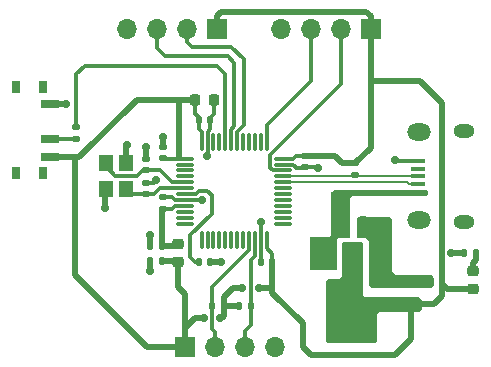
<source format=gbr>
%TF.GenerationSoftware,KiCad,Pcbnew,(6.0.8)*%
%TF.CreationDate,2022-11-08T11:47:25+01:00*%
%TF.ProjectId,stm32,73746d33-322e-46b6-9963-61645f706362,rev?*%
%TF.SameCoordinates,Original*%
%TF.FileFunction,Copper,L1,Top*%
%TF.FilePolarity,Positive*%
%FSLAX46Y46*%
G04 Gerber Fmt 4.6, Leading zero omitted, Abs format (unit mm)*
G04 Created by KiCad (PCBNEW (6.0.8)) date 2022-11-08 11:47:25*
%MOMM*%
%LPD*%
G01*
G04 APERTURE LIST*
G04 Aperture macros list*
%AMRoundRect*
0 Rectangle with rounded corners*
0 $1 Rounding radius*
0 $2 $3 $4 $5 $6 $7 $8 $9 X,Y pos of 4 corners*
0 Add a 4 corners polygon primitive as box body*
4,1,4,$2,$3,$4,$5,$6,$7,$8,$9,$2,$3,0*
0 Add four circle primitives for the rounded corners*
1,1,$1+$1,$2,$3*
1,1,$1+$1,$4,$5*
1,1,$1+$1,$6,$7*
1,1,$1+$1,$8,$9*
0 Add four rect primitives between the rounded corners*
20,1,$1+$1,$2,$3,$4,$5,0*
20,1,$1+$1,$4,$5,$6,$7,0*
20,1,$1+$1,$6,$7,$8,$9,0*
20,1,$1+$1,$8,$9,$2,$3,0*%
G04 Aperture macros list end*
%TA.AperFunction,SMDPad,CuDef*%
%ADD10RoundRect,0.140000X0.170000X-0.140000X0.170000X0.140000X-0.170000X0.140000X-0.170000X-0.140000X0*%
%TD*%
%TA.AperFunction,SMDPad,CuDef*%
%ADD11RoundRect,0.250000X0.475000X-0.250000X0.475000X0.250000X-0.475000X0.250000X-0.475000X-0.250000X0*%
%TD*%
%TA.AperFunction,SMDPad,CuDef*%
%ADD12RoundRect,0.140000X0.140000X0.170000X-0.140000X0.170000X-0.140000X-0.170000X0.140000X-0.170000X0*%
%TD*%
%TA.AperFunction,SMDPad,CuDef*%
%ADD13R,1.300000X0.450000*%
%TD*%
%TA.AperFunction,ComponentPad*%
%ADD14O,2.000000X1.450000*%
%TD*%
%TA.AperFunction,ComponentPad*%
%ADD15O,1.800000X1.150000*%
%TD*%
%TA.AperFunction,SMDPad,CuDef*%
%ADD16R,1.200000X1.400000*%
%TD*%
%TA.AperFunction,SMDPad,CuDef*%
%ADD17RoundRect,0.225000X-0.225000X-0.250000X0.225000X-0.250000X0.225000X0.250000X-0.225000X0.250000X0*%
%TD*%
%TA.AperFunction,SMDPad,CuDef*%
%ADD18RoundRect,0.140000X-0.140000X-0.170000X0.140000X-0.170000X0.140000X0.170000X-0.140000X0.170000X0*%
%TD*%
%TA.AperFunction,SMDPad,CuDef*%
%ADD19RoundRect,0.135000X-0.185000X0.135000X-0.185000X-0.135000X0.185000X-0.135000X0.185000X0.135000X0*%
%TD*%
%TA.AperFunction,SMDPad,CuDef*%
%ADD20RoundRect,0.218750X0.256250X-0.218750X0.256250X0.218750X-0.256250X0.218750X-0.256250X-0.218750X0*%
%TD*%
%TA.AperFunction,SMDPad,CuDef*%
%ADD21RoundRect,0.075000X-0.662500X-0.075000X0.662500X-0.075000X0.662500X0.075000X-0.662500X0.075000X0*%
%TD*%
%TA.AperFunction,SMDPad,CuDef*%
%ADD22RoundRect,0.075000X-0.075000X-0.662500X0.075000X-0.662500X0.075000X0.662500X-0.075000X0.662500X0*%
%TD*%
%TA.AperFunction,SMDPad,CuDef*%
%ADD23RoundRect,0.135000X0.135000X0.185000X-0.135000X0.185000X-0.135000X-0.185000X0.135000X-0.185000X0*%
%TD*%
%TA.AperFunction,SMDPad,CuDef*%
%ADD24RoundRect,0.140000X-0.170000X0.140000X-0.170000X-0.140000X0.170000X-0.140000X0.170000X0.140000X0*%
%TD*%
%TA.AperFunction,SMDPad,CuDef*%
%ADD25RoundRect,0.135000X-0.135000X-0.185000X0.135000X-0.185000X0.135000X0.185000X-0.135000X0.185000X0*%
%TD*%
%TA.AperFunction,ComponentPad*%
%ADD26R,1.700000X1.700000*%
%TD*%
%TA.AperFunction,ComponentPad*%
%ADD27O,1.700000X1.700000*%
%TD*%
%TA.AperFunction,SMDPad,CuDef*%
%ADD28RoundRect,0.218750X-0.256250X0.218750X-0.256250X-0.218750X0.256250X-0.218750X0.256250X0.218750X0*%
%TD*%
%TA.AperFunction,SMDPad,CuDef*%
%ADD29R,1.500000X2.000000*%
%TD*%
%TA.AperFunction,SMDPad,CuDef*%
%ADD30R,3.800000X2.000000*%
%TD*%
%TA.AperFunction,SMDPad,CuDef*%
%ADD31R,0.800000X1.000000*%
%TD*%
%TA.AperFunction,SMDPad,CuDef*%
%ADD32R,1.500000X0.700000*%
%TD*%
%TA.AperFunction,SMDPad,CuDef*%
%ADD33RoundRect,0.250000X-0.250000X-0.475000X0.250000X-0.475000X0.250000X0.475000X-0.250000X0.475000X0*%
%TD*%
%TA.AperFunction,ViaPad*%
%ADD34C,0.700000*%
%TD*%
%TA.AperFunction,Conductor*%
%ADD35C,0.500000*%
%TD*%
%TA.AperFunction,Conductor*%
%ADD36C,0.300000*%
%TD*%
%TA.AperFunction,Conductor*%
%ADD37C,0.200000*%
%TD*%
G04 APERTURE END LIST*
D10*
%TO.P,C8,1*%
%TO.N,+3.3VA*%
X141700000Y-97930000D03*
%TO.P,C8,2*%
%TO.N,GND*%
X141700000Y-96970000D03*
%TD*%
%TO.P,C4,1*%
%TO.N,+3.3V*%
X141700000Y-93680000D03*
%TO.P,C4,2*%
%TO.N,GND*%
X141700000Y-92720000D03*
%TD*%
D11*
%TO.P,C2,1*%
%TO.N,+3.3V*%
X162700000Y-106000000D03*
%TO.P,C2,2*%
%TO.N,GND*%
X162700000Y-104100000D03*
%TD*%
D12*
%TO.P,C5,1*%
%TO.N,+3.3V*%
X150930000Y-102450000D03*
%TO.P,C5,2*%
%TO.N,GND*%
X149970000Y-102450000D03*
%TD*%
D13*
%TO.P,J2,1,VBUS*%
%TO.N,VBUS*%
X163295000Y-96500000D03*
%TO.P,J2,2,D-*%
%TO.N,/USB_D-*%
X163295000Y-95850000D03*
%TO.P,J2,3,D+*%
%TO.N,/USB_D+*%
X163295000Y-95200000D03*
%TO.P,J2,4,ID*%
%TO.N,unconnected-(J2-Pad4)*%
X163295000Y-94550000D03*
%TO.P,J2,5,GND*%
%TO.N,GND*%
X163295000Y-93900000D03*
D14*
%TO.P,J2,6,Shield*%
%TO.N,N/C*%
X163345000Y-91475000D03*
D15*
X167145000Y-99075000D03*
X167145000Y-91325000D03*
D14*
X163345000Y-98925000D03*
%TD*%
D16*
%TO.P,Y1,1,1*%
%TO.N,/HSE_IN*%
X136850000Y-94100000D03*
%TO.P,Y1,2,2*%
%TO.N,GND*%
X136850000Y-96300000D03*
%TO.P,Y1,3,3*%
%TO.N,/HSE_OUT*%
X138550000Y-96300000D03*
%TO.P,Y1,4,4*%
%TO.N,GND*%
X138550000Y-94100000D03*
%TD*%
D12*
%TO.P,C10,1*%
%TO.N,+3.3V*%
X141572164Y-102340000D03*
%TO.P,C10,2*%
%TO.N,GND*%
X140612164Y-102340000D03*
%TD*%
D17*
%TO.P,C3,1*%
%TO.N,+3.3V*%
X144425000Y-88700000D03*
%TO.P,C3,2*%
%TO.N,GND*%
X145975000Y-88700000D03*
%TD*%
D18*
%TO.P,C11,1*%
%TO.N,/NRST*%
X144720000Y-102450000D03*
%TO.P,C11,2*%
%TO.N,GND*%
X145680000Y-102450000D03*
%TD*%
D10*
%TO.P,C12,1*%
%TO.N,/HSE_IN*%
X140200000Y-94680000D03*
%TO.P,C12,2*%
%TO.N,GND*%
X140200000Y-93720000D03*
%TD*%
D19*
%TO.P,R2,1*%
%TO.N,/BOOTO*%
X134325000Y-91025000D03*
%TO.P,R2,2*%
%TO.N,/SW_BOOTO*%
X134325000Y-92045000D03*
%TD*%
D10*
%TO.P,C13,1*%
%TO.N,/HSE_OUT*%
X140200000Y-96680000D03*
%TO.P,C13,2*%
%TO.N,GND*%
X140200000Y-95720000D03*
%TD*%
D20*
%TO.P,FB1,1*%
%TO.N,+3.3V*%
X142950000Y-102487500D03*
%TO.P,FB1,2*%
%TO.N,+3.3VA*%
X142950000Y-100912500D03*
%TD*%
D21*
%TO.P,U2,1,VBAT*%
%TO.N,+3.3V*%
X143537500Y-93700000D03*
%TO.P,U2,2,PC13*%
%TO.N,unconnected-(U2-Pad2)*%
X143537500Y-94200000D03*
%TO.P,U2,3,PC14*%
%TO.N,unconnected-(U2-Pad3)*%
X143537500Y-94700000D03*
%TO.P,U2,4,PC15*%
%TO.N,unconnected-(U2-Pad4)*%
X143537500Y-95200000D03*
%TO.P,U2,5,PD0*%
%TO.N,/HSE_IN*%
X143537500Y-95700000D03*
%TO.P,U2,6,PD1*%
%TO.N,/HSE_OUT*%
X143537500Y-96200000D03*
%TO.P,U2,7,NRST*%
%TO.N,/NRST*%
X143537500Y-96700000D03*
%TO.P,U2,8,VSSA*%
%TO.N,GND*%
X143537500Y-97200000D03*
%TO.P,U2,9,VDDA*%
%TO.N,+3.3VA*%
X143537500Y-97700000D03*
%TO.P,U2,10,PA0*%
%TO.N,unconnected-(U2-Pad10)*%
X143537500Y-98200000D03*
%TO.P,U2,11,PA1*%
%TO.N,unconnected-(U2-Pad11)*%
X143537500Y-98700000D03*
%TO.P,U2,12,PA2*%
%TO.N,unconnected-(U2-Pad12)*%
X143537500Y-99200000D03*
D22*
%TO.P,U2,13,PA3*%
%TO.N,unconnected-(U2-Pad13)*%
X144950000Y-100612500D03*
%TO.P,U2,14,PA4*%
%TO.N,unconnected-(U2-Pad14)*%
X145450000Y-100612500D03*
%TO.P,U2,15,PA5*%
%TO.N,unconnected-(U2-Pad15)*%
X145950000Y-100612500D03*
%TO.P,U2,16,PA6*%
%TO.N,unconnected-(U2-Pad16)*%
X146450000Y-100612500D03*
%TO.P,U2,17,PA7*%
%TO.N,unconnected-(U2-Pad17)*%
X146950000Y-100612500D03*
%TO.P,U2,18,PB0*%
%TO.N,unconnected-(U2-Pad18)*%
X147450000Y-100612500D03*
%TO.P,U2,19,PB1*%
%TO.N,unconnected-(U2-Pad19)*%
X147950000Y-100612500D03*
%TO.P,U2,20,PB2*%
%TO.N,unconnected-(U2-Pad20)*%
X148450000Y-100612500D03*
%TO.P,U2,21,PB10*%
%TO.N,/I2C2_SCL*%
X148950000Y-100612500D03*
%TO.P,U2,22,PB11*%
%TO.N,/I2C2_SDA*%
X149450000Y-100612500D03*
%TO.P,U2,23,VSS*%
%TO.N,GND*%
X149950000Y-100612500D03*
%TO.P,U2,24,VDD*%
%TO.N,+3.3V*%
X150450000Y-100612500D03*
D21*
%TO.P,U2,25,PB12*%
%TO.N,unconnected-(U2-Pad25)*%
X151862500Y-99200000D03*
%TO.P,U2,26,PB13*%
%TO.N,unconnected-(U2-Pad26)*%
X151862500Y-98700000D03*
%TO.P,U2,27,PB14*%
%TO.N,unconnected-(U2-Pad27)*%
X151862500Y-98200000D03*
%TO.P,U2,28,PB15*%
%TO.N,unconnected-(U2-Pad28)*%
X151862500Y-97700000D03*
%TO.P,U2,29,PA8*%
%TO.N,unconnected-(U2-Pad29)*%
X151862500Y-97200000D03*
%TO.P,U2,30,PA9*%
%TO.N,unconnected-(U2-Pad30)*%
X151862500Y-96700000D03*
%TO.P,U2,31,PA10*%
%TO.N,unconnected-(U2-Pad31)*%
X151862500Y-96200000D03*
%TO.P,U2,32,PA11*%
%TO.N,/USB_D-*%
X151862500Y-95700000D03*
%TO.P,U2,33,PA12*%
%TO.N,/USB_D+*%
X151862500Y-95200000D03*
%TO.P,U2,34,PA13*%
%TO.N,/SWDIO*%
X151862500Y-94700000D03*
%TO.P,U2,35,VSS*%
%TO.N,GND*%
X151862500Y-94200000D03*
%TO.P,U2,36,VDD*%
%TO.N,+3.3V*%
X151862500Y-93700000D03*
D22*
%TO.P,U2,37,PA14*%
%TO.N,/SWCLK*%
X150450000Y-92287500D03*
%TO.P,U2,38,PA15*%
%TO.N,unconnected-(U2-Pad38)*%
X149950000Y-92287500D03*
%TO.P,U2,39,PB3*%
%TO.N,unconnected-(U2-Pad39)*%
X149450000Y-92287500D03*
%TO.P,U2,40,PB4*%
%TO.N,unconnected-(U2-Pad40)*%
X148950000Y-92287500D03*
%TO.P,U2,41,PB5*%
%TO.N,unconnected-(U2-Pad41)*%
X148450000Y-92287500D03*
%TO.P,U2,42,PB6*%
%TO.N,/USART1_TX*%
X147950000Y-92287500D03*
%TO.P,U2,43,PB7*%
%TO.N,/USART1_RX*%
X147450000Y-92287500D03*
%TO.P,U2,44,BOOT0*%
%TO.N,/BOOTO*%
X146950000Y-92287500D03*
%TO.P,U2,45,PB8*%
%TO.N,unconnected-(U2-Pad45)*%
X146450000Y-92287500D03*
%TO.P,U2,46,PB9*%
%TO.N,unconnected-(U2-Pad46)*%
X145950000Y-92287500D03*
%TO.P,U2,47,VSS*%
%TO.N,GND*%
X145450000Y-92287500D03*
%TO.P,U2,48,VDD*%
%TO.N,+3.3V*%
X144950000Y-92287500D03*
%TD*%
D12*
%TO.P,C9,1*%
%TO.N,+3.3VA*%
X141572164Y-101090000D03*
%TO.P,C9,2*%
%TO.N,GND*%
X140612164Y-101090000D03*
%TD*%
D23*
%TO.P,R5,1*%
%TO.N,/I2C2_SDA*%
X149110000Y-106150000D03*
%TO.P,R5,2*%
%TO.N,+3.3V*%
X148090000Y-106150000D03*
%TD*%
D18*
%TO.P,C7,1*%
%TO.N,+3.3V*%
X144700000Y-90450000D03*
%TO.P,C7,2*%
%TO.N,GND*%
X145660000Y-90450000D03*
%TD*%
D24*
%TO.P,C6,1*%
%TO.N,+3.3V*%
X153700000Y-93470000D03*
%TO.P,C6,2*%
%TO.N,GND*%
X153700000Y-94430000D03*
%TD*%
D25*
%TO.P,R1,1*%
%TO.N,GND*%
X167140000Y-101712500D03*
%TO.P,R1,2*%
%TO.N,/KA*%
X168160000Y-101712500D03*
%TD*%
D26*
%TO.P,J3,1,Pin_1*%
%TO.N,+3.3V*%
X143550000Y-109650000D03*
D27*
%TO.P,J3,2,Pin_2*%
%TO.N,/I2C2_SCL*%
X146090000Y-109650000D03*
%TO.P,J3,3,Pin_3*%
%TO.N,/I2C2_SDA*%
X148630000Y-109650000D03*
%TO.P,J3,4,Pin_4*%
%TO.N,GND*%
X151170000Y-109650000D03*
%TD*%
D28*
%TO.P,D1,1,K*%
%TO.N,/KA*%
X167900000Y-103175000D03*
%TO.P,D1,2,A*%
%TO.N,+3.3V*%
X167900000Y-104750000D03*
%TD*%
D25*
%TO.P,R4,1*%
%TO.N,/I2C2_SCL*%
X145840000Y-106150000D03*
%TO.P,R4,2*%
%TO.N,+3.3V*%
X146860000Y-106150000D03*
%TD*%
D29*
%TO.P,U1,1,GND*%
%TO.N,GND*%
X160000000Y-101900000D03*
D30*
%TO.P,U1,2,VO*%
%TO.N,+3.3V*%
X157700000Y-108200000D03*
D29*
X157700000Y-101900000D03*
%TO.P,U1,3,VI*%
%TO.N,VBUS*%
X155400000Y-101900000D03*
%TD*%
D26*
%TO.P,J4,1,Pin_1*%
%TO.N,+3.3V*%
X159250000Y-82700000D03*
D27*
%TO.P,J4,2,Pin_2*%
%TO.N,/SWDIO*%
X156710000Y-82700000D03*
%TO.P,J4,3,Pin_3*%
%TO.N,/SWCLK*%
X154170000Y-82700000D03*
%TO.P,J4,4,Pin_4*%
%TO.N,GND*%
X151630000Y-82700000D03*
%TD*%
D19*
%TO.P,R3,1*%
%TO.N,+3.3V*%
X157950000Y-94065000D03*
%TO.P,R3,2*%
%TO.N,/USB_D+*%
X157950000Y-95085000D03*
%TD*%
D31*
%TO.P,SW1,*%
%TO.N,*%
X131480000Y-87650000D03*
X129270000Y-94950000D03*
X129270000Y-87650000D03*
X131480000Y-94950000D03*
D32*
%TO.P,SW1,1,A*%
%TO.N,GND*%
X132130000Y-89050000D03*
%TO.P,SW1,2,B*%
%TO.N,/SW_BOOTO*%
X132130000Y-92050000D03*
%TO.P,SW1,3,C*%
%TO.N,+3.3V*%
X132130000Y-93550000D03*
%TD*%
D33*
%TO.P,C1,1*%
%TO.N,VBUS*%
X156750000Y-99300000D03*
%TO.P,C1,2*%
%TO.N,GND*%
X158650000Y-99300000D03*
%TD*%
D26*
%TO.P,J1,1,Pin_1*%
%TO.N,+3.3V*%
X146250000Y-82700000D03*
D27*
%TO.P,J1,2,Pin_2*%
%TO.N,/USART1_TX*%
X143710000Y-82700000D03*
%TO.P,J1,3,Pin_3*%
%TO.N,/USART1_RX*%
X141170000Y-82700000D03*
%TO.P,J1,4,Pin_4*%
%TO.N,GND*%
X138630000Y-82700000D03*
%TD*%
D34*
%TO.N,GND*%
X145400000Y-93450000D03*
X160000000Y-99150000D03*
X133500000Y-89050000D03*
X140200000Y-92750000D03*
X146600000Y-102450000D03*
X140600000Y-100150000D03*
X161300000Y-93850000D03*
X141700000Y-91850000D03*
X140600000Y-103250000D03*
X159600000Y-103650000D03*
X160000000Y-100050000D03*
X141100000Y-95550000D03*
X160500000Y-103650000D03*
X164100000Y-104050000D03*
X145000000Y-97200000D03*
X149950000Y-99075000D03*
X136800000Y-97850000D03*
X138600000Y-92550000D03*
X166100000Y-101662500D03*
X154800000Y-94450000D03*
%TO.N,+3.3V*%
X145140500Y-107150000D03*
X149809500Y-104650000D03*
X146539500Y-107150000D03*
X148410500Y-104650000D03*
%TD*%
D35*
%TO.N,GND*%
X167140000Y-101712500D02*
X166150000Y-101712500D01*
D36*
X145450000Y-93400000D02*
X145450000Y-92287500D01*
X161350000Y-93900000D02*
X161300000Y-93850000D01*
D35*
X141700000Y-92720000D02*
X141700000Y-91850000D01*
D36*
X149950000Y-100612500D02*
X149950000Y-99075000D01*
D35*
X140200000Y-93720000D02*
X140200000Y-93150000D01*
D36*
X145660000Y-90450000D02*
X145660000Y-90240000D01*
X145660000Y-90240000D02*
X145975000Y-89925000D01*
X145700000Y-91200000D02*
X145700000Y-90490000D01*
D35*
X140612164Y-101090000D02*
X140612164Y-100162164D01*
X140612164Y-103237836D02*
X140612164Y-102340000D01*
D36*
X140200000Y-95720000D02*
X140930000Y-95720000D01*
X154780000Y-94430000D02*
X154800000Y-94450000D01*
X163295000Y-93900000D02*
X161350000Y-93900000D01*
X142698959Y-97200000D02*
X142450000Y-96951041D01*
X142450000Y-96951041D02*
X142450000Y-96950000D01*
D35*
X136800000Y-97850000D02*
X136800000Y-96350000D01*
D36*
X151862500Y-94200000D02*
X152701041Y-94200000D01*
X145450000Y-91448959D02*
X145698959Y-91200000D01*
X152950000Y-94448959D02*
X152950000Y-94450000D01*
D35*
X138550000Y-92600000D02*
X138600000Y-92550000D01*
D36*
X153700000Y-94430000D02*
X154780000Y-94430000D01*
X140930000Y-95720000D02*
X141100000Y-95550000D01*
X149950000Y-100612500D02*
X149950000Y-102430000D01*
X145400000Y-93450000D02*
X145450000Y-93400000D01*
D35*
X140600000Y-103250000D02*
X140612164Y-103237836D01*
X138550000Y-94100000D02*
X138550000Y-92600000D01*
D36*
X153680000Y-94450000D02*
X153700000Y-94430000D01*
D35*
X145680000Y-102450000D02*
X146600000Y-102450000D01*
X140200000Y-93150000D02*
X140200000Y-92750000D01*
D36*
X142450000Y-96950000D02*
X141720000Y-96950000D01*
D35*
X166150000Y-101712500D02*
X166100000Y-101662500D01*
X140612164Y-100162164D02*
X140600000Y-100150000D01*
D36*
X145700000Y-90490000D02*
X145660000Y-90450000D01*
X152701041Y-94200000D02*
X152950000Y-94448959D01*
X145975000Y-89925000D02*
X145975000Y-88700000D01*
X149950000Y-102430000D02*
X149970000Y-102450000D01*
D35*
X136800000Y-96350000D02*
X136850000Y-96300000D01*
D36*
X145450000Y-92287500D02*
X145450000Y-91448959D01*
X143537500Y-97200000D02*
X142698959Y-97200000D01*
D35*
X132130000Y-89050000D02*
X133500000Y-89050000D01*
D36*
X145000000Y-97200000D02*
X143537500Y-97200000D01*
X152950000Y-94450000D02*
X153680000Y-94450000D01*
X141720000Y-96950000D02*
X141700000Y-96970000D01*
X145698959Y-91200000D02*
X145700000Y-91200000D01*
D35*
%TO.N,+3.3V*%
X143550000Y-105200000D02*
X143550000Y-109650000D01*
D36*
X152700000Y-93700000D02*
X152950000Y-93450000D01*
X150950000Y-102430000D02*
X150930000Y-102450000D01*
X143250000Y-93700000D02*
X143537500Y-93700000D01*
X153680000Y-93450000D02*
X153700000Y-93470000D01*
D35*
X134600000Y-93550000D02*
X132130000Y-93550000D01*
X154200000Y-110350000D02*
X153500000Y-109650000D01*
X139450000Y-88700000D02*
X134600000Y-93550000D01*
X156220000Y-93470000D02*
X156815000Y-94065000D01*
X159250000Y-87100000D02*
X163450000Y-87100000D01*
X150900000Y-104650000D02*
X150900000Y-102480000D01*
X144400000Y-107150000D02*
X143550000Y-108000000D01*
X150900000Y-105050000D02*
X150900000Y-104650000D01*
X149809500Y-104650000D02*
X150900000Y-104650000D01*
X150900000Y-102480000D02*
X150930000Y-102450000D01*
D36*
X144950000Y-91450000D02*
X144700000Y-91200000D01*
X143050000Y-93500000D02*
X143250000Y-93700000D01*
D35*
X161300000Y-110350000D02*
X154200000Y-110350000D01*
X143550000Y-108000000D02*
X143550000Y-109650000D01*
X146600000Y-81250000D02*
X158900000Y-81250000D01*
D36*
X152950000Y-93450000D02*
X153680000Y-93450000D01*
D35*
X146860000Y-106990000D02*
X146700000Y-107150000D01*
D36*
X144700000Y-90200000D02*
X144425000Y-89925000D01*
D35*
X141572164Y-102340000D02*
X142802500Y-102340000D01*
X147600000Y-104650000D02*
X146860000Y-105390000D01*
X159250000Y-87100000D02*
X159250000Y-82700000D01*
X157950000Y-94065000D02*
X159250000Y-92765000D01*
X134200000Y-103550000D02*
X140300000Y-109650000D01*
X143050000Y-93500000D02*
X143050000Y-88700000D01*
D36*
X150450000Y-101275000D02*
X150950000Y-101775000D01*
D35*
X148410500Y-104650000D02*
X147600000Y-104650000D01*
X165300000Y-104350000D02*
X165700000Y-104750000D01*
X132130000Y-93550000D02*
X134200000Y-93550000D01*
X144425000Y-88700000D02*
X143050000Y-88700000D01*
D36*
X143537500Y-93700000D02*
X141720000Y-93700000D01*
X144700000Y-90450000D02*
X144700000Y-90200000D01*
D35*
X163450000Y-87100000D02*
X165300000Y-88950000D01*
X134200000Y-93550000D02*
X134200000Y-103550000D01*
X143050000Y-88700000D02*
X139450000Y-88700000D01*
X153500000Y-107650000D02*
X150900000Y-105050000D01*
X146860000Y-106150000D02*
X146860000Y-106990000D01*
D36*
X151862500Y-93700000D02*
X152700000Y-93700000D01*
D35*
X162700000Y-108950000D02*
X161300000Y-110350000D01*
X146860000Y-105390000D02*
X146860000Y-106150000D01*
D36*
X150950000Y-101775000D02*
X150950000Y-102430000D01*
D35*
X164650000Y-106000000D02*
X165300000Y-105350000D01*
X165700000Y-104750000D02*
X167900000Y-104750000D01*
X159250000Y-92765000D02*
X159250000Y-87100000D01*
X148090000Y-106150000D02*
X146860000Y-106150000D01*
X146250000Y-81600000D02*
X146600000Y-81250000D01*
D36*
X144950000Y-92287500D02*
X144950000Y-91450000D01*
D35*
X153500000Y-109650000D02*
X153500000Y-107650000D01*
D36*
X150450000Y-100612500D02*
X150450000Y-101275000D01*
D35*
X158900000Y-81250000D02*
X159250000Y-81600000D01*
X162700000Y-106000000D02*
X164650000Y-106000000D01*
X146700000Y-107150000D02*
X146539500Y-107150000D01*
X165300000Y-88950000D02*
X165300000Y-104350000D01*
X146250000Y-82700000D02*
X146250000Y-81600000D01*
X162700000Y-106000000D02*
X162700000Y-108950000D01*
X159250000Y-81600000D02*
X159250000Y-82700000D01*
X145140500Y-107150000D02*
X144400000Y-107150000D01*
X165300000Y-105350000D02*
X165300000Y-104350000D01*
X142950000Y-102487500D02*
X142950000Y-104600000D01*
X153700000Y-93470000D02*
X156220000Y-93470000D01*
X142950000Y-104600000D02*
X143550000Y-105200000D01*
X140300000Y-109650000D02*
X143550000Y-109650000D01*
X156815000Y-94065000D02*
X157950000Y-94065000D01*
D36*
X144700000Y-91200000D02*
X144700000Y-90450000D01*
X141720000Y-93700000D02*
X141700000Y-93680000D01*
D35*
X142802500Y-102340000D02*
X142950000Y-102487500D01*
D36*
X144425000Y-89925000D02*
X144425000Y-88700000D01*
%TO.N,+3.3VA*%
X142450000Y-97948959D02*
X142450000Y-97950000D01*
X142450000Y-97950000D02*
X141720000Y-97950000D01*
D35*
X141572164Y-101090000D02*
X142772500Y-101090000D01*
D36*
X142698959Y-97700000D02*
X142450000Y-97948959D01*
D35*
X141572164Y-101090000D02*
X141572164Y-98057836D01*
D36*
X141720000Y-97950000D02*
X141700000Y-97930000D01*
X143537500Y-97700000D02*
X142698959Y-97700000D01*
D35*
X141572164Y-98057836D02*
X141700000Y-97930000D01*
X142772500Y-101090000D02*
X142950000Y-100912500D01*
D36*
%TO.N,/NRST*%
X144000000Y-100150000D02*
X144000000Y-102050000D01*
X145800000Y-96800000D02*
X145800000Y-98350000D01*
X144460050Y-96700000D02*
X144760050Y-96400000D01*
X145400000Y-96400000D02*
X145800000Y-96800000D01*
X145800000Y-98350000D02*
X144000000Y-100150000D01*
X144760050Y-96400000D02*
X145400000Y-96400000D01*
X144400000Y-102450000D02*
X144720000Y-102450000D01*
X143537500Y-96700000D02*
X144460050Y-96700000D01*
X144000000Y-102050000D02*
X144400000Y-102450000D01*
%TO.N,/HSE_IN*%
X142450000Y-95700000D02*
X141430000Y-94680000D01*
X139500000Y-95150000D02*
X137650000Y-95150000D01*
X141430000Y-94680000D02*
X140200000Y-94680000D01*
X137650000Y-95150000D02*
X136850000Y-94350000D01*
X139970000Y-94680000D02*
X139500000Y-95150000D01*
X140200000Y-94680000D02*
X139970000Y-94680000D01*
X136850000Y-94350000D02*
X136850000Y-94100000D01*
X143537500Y-95700000D02*
X142450000Y-95700000D01*
%TO.N,/HSE_OUT*%
X140220000Y-96700000D02*
X140200000Y-96680000D01*
X140200000Y-96680000D02*
X138930000Y-96680000D01*
X140950000Y-96700000D02*
X140220000Y-96700000D01*
X143537500Y-96200000D02*
X141450000Y-96200000D01*
X141450000Y-96200000D02*
X140950000Y-96700000D01*
X138930000Y-96680000D02*
X138550000Y-96300000D01*
D35*
%TO.N,/KA*%
X167900000Y-102562500D02*
X168200000Y-102262500D01*
X167900000Y-103175000D02*
X167900000Y-102562500D01*
X168200000Y-101752500D02*
X168160000Y-101712500D01*
X168200000Y-102262500D02*
X168200000Y-101752500D01*
D36*
%TO.N,/USART1_TX*%
X147950000Y-91448959D02*
X148550000Y-90848959D01*
X148550000Y-90848959D02*
X148550000Y-85300000D01*
X144100000Y-84225000D02*
X143710000Y-83835000D01*
X147475000Y-84225000D02*
X144100000Y-84225000D01*
X147950000Y-92287500D02*
X147950000Y-91448959D01*
X148550000Y-85300000D02*
X147475000Y-84225000D01*
X143710000Y-83835000D02*
X143710000Y-82700000D01*
%TO.N,/USART1_RX*%
X147725000Y-90966852D02*
X147725000Y-85582106D01*
X147167894Y-85025000D02*
X141850000Y-85025000D01*
X147450000Y-91241852D02*
X147725000Y-90966852D01*
X141170000Y-84345000D02*
X141170000Y-82700000D01*
X147450000Y-92287500D02*
X147450000Y-91241852D01*
X147725000Y-85582106D02*
X147167894Y-85025000D01*
X141850000Y-85025000D02*
X141170000Y-84345000D01*
D37*
%TO.N,/USB_D-*%
X162345000Y-95700000D02*
X162495000Y-95850000D01*
X162495000Y-95850000D02*
X163295000Y-95850000D01*
X151862500Y-95700000D02*
X162345000Y-95700000D01*
%TO.N,/USB_D+*%
X151862500Y-95200000D02*
X163295000Y-95200000D01*
D36*
%TO.N,/I2C2_SCL*%
X146090000Y-108390000D02*
X146090000Y-109650000D01*
X148950000Y-100612500D02*
X148950000Y-101475000D01*
X145840000Y-108140000D02*
X146090000Y-108390000D01*
X145840000Y-104585000D02*
X145840000Y-106150000D01*
X148950000Y-101475000D02*
X145840000Y-104585000D01*
X145840000Y-106150000D02*
X145840000Y-108140000D01*
%TO.N,/I2C2_SDA*%
X148630000Y-108280000D02*
X148630000Y-109650000D01*
X149110000Y-106150000D02*
X149110000Y-107790000D01*
X149110000Y-102307035D02*
X149110000Y-106150000D01*
X149450000Y-101967035D02*
X149110000Y-102307035D01*
X149450000Y-100612500D02*
X149450000Y-101967035D01*
X149110000Y-107790000D02*
X148625000Y-108275000D01*
X148625000Y-108275000D02*
X148630000Y-108280000D01*
%TO.N,/SWDIO*%
X151862500Y-94700000D02*
X151023959Y-94700000D01*
X150775000Y-94451041D02*
X150775000Y-93350000D01*
X150775000Y-93350000D02*
X156710000Y-87415000D01*
X156710000Y-87415000D02*
X156710000Y-82700000D01*
X151023959Y-94700000D02*
X150775000Y-94451041D01*
%TO.N,/SWCLK*%
X154175000Y-87125000D02*
X154170000Y-87120000D01*
X154170000Y-87120000D02*
X154170000Y-82700000D01*
X150450000Y-90850000D02*
X154175000Y-87125000D01*
X150450000Y-92287500D02*
X150450000Y-90850000D01*
%TO.N,/BOOTO*%
X135075000Y-85825000D02*
X134325000Y-86575000D01*
X134325000Y-86575000D02*
X134325000Y-91025000D01*
X146950000Y-92287500D02*
X146950000Y-86525000D01*
X146250000Y-85825000D02*
X135075000Y-85825000D01*
X146950000Y-86525000D02*
X146250000Y-85825000D01*
%TO.N,/SW_BOOTO*%
X134325000Y-92045000D02*
X132135000Y-92045000D01*
X132135000Y-92045000D02*
X132130000Y-92050000D01*
%TD*%
%TA.AperFunction,Conductor*%
%TO.N,+3.3V*%
G36*
X158500676Y-100769685D02*
G01*
X158536811Y-100805217D01*
X158579174Y-100868761D01*
X158600000Y-100937544D01*
X158600000Y-105250000D01*
X158800000Y-105450000D01*
X163348638Y-105450000D01*
X163415677Y-105469685D01*
X163436319Y-105486319D01*
X163563681Y-105613681D01*
X163597166Y-105675004D01*
X163600000Y-105701362D01*
X163600000Y-106398638D01*
X163580315Y-106465677D01*
X163563681Y-106486319D01*
X163436319Y-106613681D01*
X163374996Y-106647166D01*
X163348638Y-106650000D01*
X160000000Y-106650000D01*
X159800000Y-106850000D01*
X159800000Y-109098638D01*
X159780315Y-109165677D01*
X159763681Y-109186319D01*
X159636319Y-109313681D01*
X159574996Y-109347166D01*
X159548638Y-109350000D01*
X155751362Y-109350000D01*
X155684323Y-109330315D01*
X155663681Y-109313681D01*
X155536319Y-109186319D01*
X155502834Y-109124996D01*
X155500000Y-109098638D01*
X155500000Y-104101362D01*
X155519685Y-104034323D01*
X155536319Y-104013681D01*
X155663681Y-103886319D01*
X155725004Y-103852834D01*
X155751362Y-103850000D01*
X156700000Y-103850000D01*
X156800000Y-103650000D01*
X156800000Y-100937544D01*
X156820826Y-100868761D01*
X156863189Y-100805217D01*
X156916755Y-100760356D01*
X156966363Y-100750000D01*
X158433637Y-100750000D01*
X158500676Y-100769685D01*
G37*
%TD.AperFunction*%
%TD*%
%TA.AperFunction,Conductor*%
%TO.N,VBUS*%
G36*
X162547716Y-96360588D02*
G01*
X162574673Y-96372506D01*
X162600354Y-96375500D01*
X163974138Y-96375500D01*
X164041177Y-96395185D01*
X164061819Y-96411819D01*
X164063681Y-96413681D01*
X164097166Y-96475004D01*
X164100000Y-96501362D01*
X164100000Y-96698638D01*
X164080315Y-96765677D01*
X164063681Y-96786319D01*
X164036319Y-96813681D01*
X163974996Y-96847166D01*
X163948638Y-96850000D01*
X157700000Y-96850000D01*
X157500000Y-97050000D01*
X157500000Y-100262456D01*
X157479174Y-100331239D01*
X157436811Y-100394783D01*
X157383245Y-100439644D01*
X157333637Y-100450000D01*
X156500000Y-100450000D01*
X156400000Y-100600000D01*
X156400000Y-102998638D01*
X156380315Y-103065677D01*
X156363681Y-103086319D01*
X156336319Y-103113681D01*
X156274996Y-103147166D01*
X156248638Y-103150000D01*
X154251362Y-103150000D01*
X154184323Y-103130315D01*
X154163681Y-103113681D01*
X154136319Y-103086319D01*
X154102834Y-103024996D01*
X154100000Y-102998638D01*
X154100000Y-100529272D01*
X154113091Y-100473818D01*
X154165637Y-100368726D01*
X154213223Y-100317568D01*
X154276836Y-100300181D01*
X155541666Y-100303164D01*
X155812941Y-100303804D01*
X155830769Y-100303846D01*
X155900000Y-100153846D01*
X155900000Y-96616363D01*
X155919685Y-96549324D01*
X155955217Y-96513189D01*
X156168761Y-96370826D01*
X156237544Y-96350000D01*
X162497579Y-96350000D01*
X162547716Y-96360588D01*
G37*
%TD.AperFunction*%
%TD*%
%TA.AperFunction,Conductor*%
%TO.N,GND*%
G36*
X160915677Y-98669685D02*
G01*
X160936319Y-98686319D01*
X161063681Y-98813681D01*
X161097166Y-98875004D01*
X161100000Y-98901362D01*
X161100000Y-103250000D01*
X161400000Y-103550000D01*
X164348638Y-103550000D01*
X164415677Y-103569685D01*
X164436319Y-103586319D01*
X164563681Y-103713681D01*
X164597166Y-103775004D01*
X164600000Y-103801362D01*
X164600000Y-104398638D01*
X164580315Y-104465677D01*
X164563681Y-104486319D01*
X164436319Y-104613681D01*
X164374996Y-104647166D01*
X164348638Y-104650000D01*
X159451362Y-104650000D01*
X159384323Y-104630315D01*
X159363681Y-104613681D01*
X159136319Y-104386319D01*
X159102834Y-104324996D01*
X159100000Y-104298638D01*
X159100000Y-100650000D01*
X158900000Y-100450000D01*
X158266363Y-100450000D01*
X158199324Y-100430315D01*
X158163189Y-100394783D01*
X158120826Y-100331239D01*
X158100000Y-100262456D01*
X158100000Y-98901362D01*
X158119685Y-98834323D01*
X158136319Y-98813681D01*
X158263681Y-98686319D01*
X158325004Y-98652834D01*
X158351362Y-98650000D01*
X160848638Y-98650000D01*
X160915677Y-98669685D01*
G37*
%TD.AperFunction*%
%TD*%
M02*

</source>
